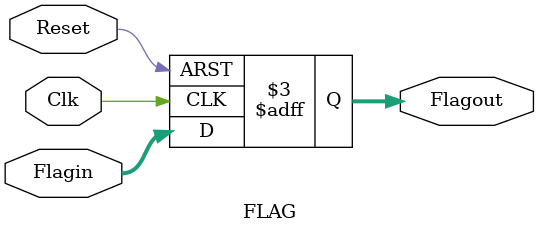
<source format=v>
`timescale 1ns / 1ps

module FLAG(
input[7:0] Flagin,          //Ð´Èë±êÖ¾¼Ä´æÆ÷µÄÊý¾Ý£¬ÈçCarry¡¢ZeroµÈÐÅÏ¢,Ã¿¸ö±êÖ¾Õ¼1Î»£¬¹²2Î»£¬ÆäËû6Î»ÔÝÊ±ÎÞÓÃ¡£
input Clk,                  //Ð´Ê±ÖÓÂö³åÐÅºÅ£¬ÉÏÉýÑØÊ±£¬½«FlaginÉÏµÄÊý¾ÝÐ´ÈëFlagoutÖÐ
input Reset,                //Òì²½¸´Î»ÐÅºÅ£¬¶Ô±êÖ¾¼Ä´æÆ÷ÄÚÈÝÇåÁãflagout[7..0]=0
output reg [7:0] Flagout   //±êÖ¾¼Ä´æÆ÷µÄÊý¾Ý
  );
  
always @(posedge Clk or negedge Reset)
if(!Reset)
    Flagout<=8'h00;
else
    Flagout<=Flagin;
    
endmodule

</source>
